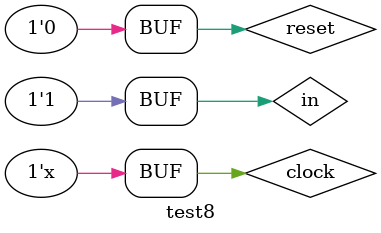
<source format=v>
module test8; 

reg clock, reset, in;
wire out;

  my_fsm U0 ( 
  .clock (clock),
  .reset (reset),
  .in    (in),
  .out  (out) 
  ); 
   
 
initial begin
  clock = 1;
  reset = 1;
  in = 0;
  $display("Starting simulation...");
  #2;
  reset = 0;
  #2;
  if (out !== 1'b0) $display("Failed 1"); 
  
  in = 0;
  #2;
  if (out !== 1'b0) $display("Failed 2");
  
  in = 1;  
  #2;
  if (out !== 1'b0) $display("Failed 3");
  
  in = 1;
  #2;
  if (out !== 1'b0) $display("Failed 4"); 
  
  in = 1;
  #2;
  if (out !== 1'b1) $display("Failed 5"); 
  
  #2; 
  if (out !== 1'b0) $display("Failed 6");  
  $display("Done...");
end 
  

always begin
   #1 clock = !clock;
end
   
endmodule
</source>
